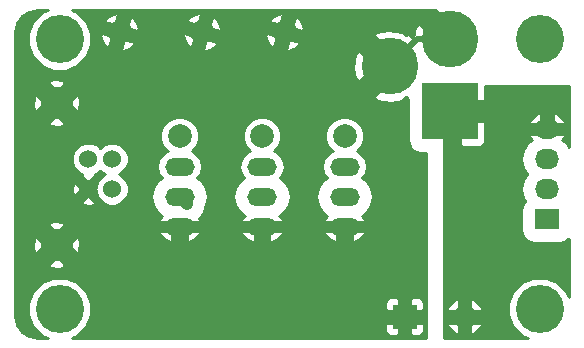
<source format=gbl>
%TF.GenerationSoftware,KiCad,Pcbnew,4.0.1-stable*%
%TF.CreationDate,2016-01-20T19:55:13+01:00*%
%TF.ProjectId,pwm_board,70776D5F626F6172642E6B696361645F,rev?*%
%TF.FileFunction,Copper,L2,Bot,Signal*%
%FSLAX46Y46*%
G04 Gerber Fmt 4.6, Leading zero omitted, Abs format (unit mm)*
G04 Created by KiCad (PCBNEW 4.0.1-stable) date Wed 20 Jan 2016 07:55:13 PM CET*
%MOMM*%
G01*
G04 APERTURE LIST*
%ADD10C,0.100000*%
%ADD11O,1.998980X1.998980*%
%ADD12R,1.998980X1.998980*%
%ADD13C,4.800600*%
%ADD14R,4.800600X4.800600*%
%ADD15C,1.524000*%
%ADD16C,2.700020*%
%ADD17C,1.998980*%
%ADD18C,4.064000*%
%ADD19O,2.499360X1.501140*%
%ADD20R,2.032000X1.727200*%
%ADD21O,2.032000X1.727200*%
%ADD22C,0.500000*%
%ADD23C,1.000000*%
%ADD24C,0.254000*%
G04 APERTURE END LIST*
D10*
D11*
X158115000Y-115570000D03*
D12*
X153035000Y-115570000D03*
D13*
X156845000Y-92075000D03*
D14*
X156845000Y-98171000D03*
D13*
X151765000Y-94361000D03*
D15*
X128270000Y-102235000D03*
X128270000Y-104775000D03*
X126271020Y-104775000D03*
X126271020Y-102235000D03*
D16*
X123571000Y-97505520D03*
X123571000Y-109504480D03*
D17*
X128905000Y-91485591D03*
X133985000Y-100284409D03*
X135890000Y-91485591D03*
X140970000Y-100284409D03*
X142875000Y-91485591D03*
X147955000Y-100284409D03*
D18*
X123825000Y-92075000D03*
X123825000Y-114935000D03*
X164465000Y-114935000D03*
X164465000Y-92075000D03*
D19*
X133985000Y-105410000D03*
X133985000Y-102870000D03*
X133985000Y-107950000D03*
X140970000Y-105410000D03*
X140970000Y-102870000D03*
X140970000Y-107950000D03*
X147955000Y-105410000D03*
X147955000Y-102870000D03*
X147955000Y-107950000D03*
D20*
X165100000Y-107315000D03*
D21*
X165100000Y-104775000D03*
X165100000Y-102235000D03*
X165100000Y-99695000D03*
D22*
X156845000Y-92075000D02*
X154051000Y-92075000D01*
X154051000Y-92075000D02*
X151765000Y-94361000D01*
D23*
X133985000Y-105410000D02*
X134580897Y-106044656D01*
D24*
G36*
X122316239Y-89812709D02*
X121565345Y-90562293D01*
X121158464Y-91542173D01*
X121157538Y-92603172D01*
X121562709Y-93583761D01*
X122312293Y-94334655D01*
X123292173Y-94741536D01*
X124353172Y-94742462D01*
X124899410Y-94516761D01*
X148674157Y-94516761D01*
X148849826Y-95399910D01*
X149165518Y-95725873D01*
X150530392Y-94361000D01*
X149165518Y-92996127D01*
X148849826Y-93322090D01*
X148674157Y-94516761D01*
X124899410Y-94516761D01*
X125333761Y-94337291D01*
X126084655Y-93587707D01*
X126333261Y-92988996D01*
X129019538Y-92988996D01*
X129235826Y-93118936D01*
X129546456Y-92988996D01*
X136004538Y-92988996D01*
X136220826Y-93118936D01*
X136531456Y-92988996D01*
X142989538Y-92988996D01*
X143205826Y-93118936D01*
X143805697Y-92868004D01*
X144124105Y-92588767D01*
X144119718Y-92336486D01*
X143228373Y-92097651D01*
X142989538Y-92988996D01*
X136531456Y-92988996D01*
X136820697Y-92868004D01*
X137139105Y-92588767D01*
X137134718Y-92336486D01*
X136243373Y-92097651D01*
X136004538Y-92988996D01*
X129546456Y-92988996D01*
X129835697Y-92868004D01*
X130154105Y-92588767D01*
X130149718Y-92336486D01*
X129258373Y-92097651D01*
X129019538Y-92988996D01*
X126333261Y-92988996D01*
X126491536Y-92607827D01*
X126492226Y-91816417D01*
X127271655Y-91816417D01*
X127522587Y-92416288D01*
X127801824Y-92734696D01*
X128054105Y-92730309D01*
X128292940Y-91838964D01*
X128208794Y-91816417D01*
X134256655Y-91816417D01*
X134507587Y-92416288D01*
X134786824Y-92734696D01*
X135039105Y-92730309D01*
X135277940Y-91838964D01*
X135193794Y-91816417D01*
X141241655Y-91816417D01*
X141492587Y-92416288D01*
X141771824Y-92734696D01*
X142024105Y-92730309D01*
X142262940Y-91838964D01*
X141371595Y-91600129D01*
X141241655Y-91816417D01*
X135193794Y-91816417D01*
X134386595Y-91600129D01*
X134256655Y-91816417D01*
X128208794Y-91816417D01*
X127401595Y-91600129D01*
X127271655Y-91816417D01*
X126492226Y-91816417D01*
X126492462Y-91546828D01*
X126321149Y-91132218D01*
X129517060Y-91132218D01*
X130408405Y-91371053D01*
X130538345Y-91154765D01*
X130528914Y-91132218D01*
X136502060Y-91132218D01*
X137393405Y-91371053D01*
X137523345Y-91154765D01*
X137513914Y-91132218D01*
X143487060Y-91132218D01*
X144378405Y-91371053D01*
X144508345Y-91154765D01*
X144257413Y-90554894D01*
X143978176Y-90236486D01*
X143725895Y-90240873D01*
X143487060Y-91132218D01*
X137513914Y-91132218D01*
X137272413Y-90554894D01*
X137121153Y-90382415D01*
X141625895Y-90382415D01*
X141630282Y-90634696D01*
X142521627Y-90873531D01*
X142760462Y-89982186D01*
X142544174Y-89852246D01*
X141944303Y-90103178D01*
X141625895Y-90382415D01*
X137121153Y-90382415D01*
X136993176Y-90236486D01*
X136740895Y-90240873D01*
X136502060Y-91132218D01*
X130528914Y-91132218D01*
X130287413Y-90554894D01*
X130136153Y-90382415D01*
X134640895Y-90382415D01*
X134645282Y-90634696D01*
X135536627Y-90873531D01*
X135775462Y-89982186D01*
X135559174Y-89852246D01*
X134959303Y-90103178D01*
X134640895Y-90382415D01*
X130136153Y-90382415D01*
X130008176Y-90236486D01*
X129755895Y-90240873D01*
X129517060Y-91132218D01*
X126321149Y-91132218D01*
X126087291Y-90566239D01*
X125903788Y-90382415D01*
X127655895Y-90382415D01*
X127660282Y-90634696D01*
X128551627Y-90873531D01*
X128790462Y-89982186D01*
X128574174Y-89852246D01*
X127974303Y-90103178D01*
X127655895Y-90382415D01*
X125903788Y-90382415D01*
X125337707Y-89815345D01*
X124843180Y-89610000D01*
X155614609Y-89610000D01*
X156718000Y-90713392D01*
X156718000Y-93210893D01*
X155596250Y-92089143D01*
X155610392Y-92075000D01*
X154245518Y-90710127D01*
X153929826Y-91036090D01*
X153786685Y-92009545D01*
X153334264Y-91557124D01*
X153129872Y-91761517D01*
X152803910Y-91445826D01*
X151609239Y-91270157D01*
X150726090Y-91445826D01*
X150400127Y-91761518D01*
X151765000Y-93126392D01*
X151779142Y-93112249D01*
X153013751Y-94346858D01*
X152999608Y-94361000D01*
X153013751Y-94375143D01*
X151779142Y-95609751D01*
X151765000Y-95595608D01*
X150400127Y-96960482D01*
X150726090Y-97276174D01*
X151920761Y-97451843D01*
X152803910Y-97276174D01*
X153129872Y-96960483D01*
X153295621Y-97126233D01*
X153295621Y-100571300D01*
X153374206Y-100988941D01*
X153621031Y-101372519D01*
X153997644Y-101629848D01*
X154444700Y-101720379D01*
X154813000Y-101720379D01*
X154813000Y-117400000D01*
X124843168Y-117400000D01*
X125333761Y-117197291D01*
X126084655Y-116447707D01*
X126175679Y-116228495D01*
X151400510Y-116228495D01*
X151400510Y-116695800D01*
X151497183Y-116929189D01*
X151675812Y-117107817D01*
X151909201Y-117204490D01*
X152376505Y-117204490D01*
X152535255Y-117045740D01*
X152535255Y-116069745D01*
X153534745Y-116069745D01*
X153534745Y-117045740D01*
X153693495Y-117204490D01*
X154160799Y-117204490D01*
X154394188Y-117107817D01*
X154572817Y-116929189D01*
X154669490Y-116695800D01*
X154669490Y-116228495D01*
X154510740Y-116069745D01*
X153534745Y-116069745D01*
X152535255Y-116069745D01*
X151559260Y-116069745D01*
X151400510Y-116228495D01*
X126175679Y-116228495D01*
X126491536Y-115467827D01*
X126492429Y-114444200D01*
X151400510Y-114444200D01*
X151400510Y-114911505D01*
X151559260Y-115070255D01*
X152535255Y-115070255D01*
X152535255Y-114094260D01*
X153534745Y-114094260D01*
X153534745Y-115070255D01*
X154510740Y-115070255D01*
X154669490Y-114911505D01*
X154669490Y-114444200D01*
X154572817Y-114210811D01*
X154394188Y-114032183D01*
X154160799Y-113935510D01*
X153693495Y-113935510D01*
X153534745Y-114094260D01*
X152535255Y-114094260D01*
X152376505Y-113935510D01*
X151909201Y-113935510D01*
X151675812Y-114032183D01*
X151497183Y-114210811D01*
X151400510Y-114444200D01*
X126492429Y-114444200D01*
X126492462Y-114406828D01*
X126087291Y-113426239D01*
X125337707Y-112675345D01*
X124357827Y-112268464D01*
X123296828Y-112267538D01*
X122316239Y-112672709D01*
X121565345Y-113422293D01*
X121158464Y-114402173D01*
X121157538Y-115463172D01*
X121562709Y-116443761D01*
X122312293Y-117194655D01*
X122806820Y-117400000D01*
X121989931Y-117400000D01*
X121225011Y-117247848D01*
X120635830Y-116854170D01*
X120242152Y-116264989D01*
X120090000Y-115500069D01*
X120090000Y-111211242D01*
X122818839Y-111211242D01*
X122995585Y-111444857D01*
X123781936Y-111517357D01*
X124146415Y-111444857D01*
X124323161Y-111211242D01*
X123571000Y-110459081D01*
X122818839Y-111211242D01*
X120090000Y-111211242D01*
X120090000Y-109715416D01*
X121558123Y-109715416D01*
X121630623Y-110079895D01*
X121864238Y-110256641D01*
X122616399Y-109504480D01*
X124525601Y-109504480D01*
X125277762Y-110256641D01*
X125511377Y-110079895D01*
X125583877Y-109293544D01*
X125511377Y-108929065D01*
X125277762Y-108752319D01*
X124525601Y-109504480D01*
X122616399Y-109504480D01*
X121864238Y-108752319D01*
X121630623Y-108929065D01*
X121558123Y-109715416D01*
X120090000Y-109715416D01*
X120090000Y-107797718D01*
X122818839Y-107797718D01*
X123571000Y-108549879D01*
X123591565Y-108529314D01*
X132227240Y-108529314D01*
X132314205Y-108645869D01*
X132669692Y-109041283D01*
X133149437Y-109270560D01*
X133360160Y-109148185D01*
X133360160Y-108325285D01*
X134609840Y-108325285D01*
X134609840Y-109148185D01*
X134820563Y-109270560D01*
X135300308Y-109041283D01*
X135655795Y-108645869D01*
X135742760Y-108529314D01*
X139212240Y-108529314D01*
X139299205Y-108645869D01*
X139654692Y-109041283D01*
X140134437Y-109270560D01*
X140345160Y-109148185D01*
X140345160Y-108325285D01*
X141594840Y-108325285D01*
X141594840Y-109148185D01*
X141805563Y-109270560D01*
X142285308Y-109041283D01*
X142640795Y-108645869D01*
X142727760Y-108529314D01*
X146197240Y-108529314D01*
X146284205Y-108645869D01*
X146639692Y-109041283D01*
X147119437Y-109270560D01*
X147330160Y-109148185D01*
X147330160Y-108325285D01*
X148579840Y-108325285D01*
X148579840Y-109148185D01*
X148790563Y-109270560D01*
X149270308Y-109041283D01*
X149625795Y-108645869D01*
X149712760Y-108529314D01*
X149622120Y-108325285D01*
X148579840Y-108325285D01*
X147330160Y-108325285D01*
X146287880Y-108325285D01*
X146197240Y-108529314D01*
X142727760Y-108529314D01*
X142637120Y-108325285D01*
X141594840Y-108325285D01*
X140345160Y-108325285D01*
X139302880Y-108325285D01*
X139212240Y-108529314D01*
X135742760Y-108529314D01*
X135652120Y-108325285D01*
X134609840Y-108325285D01*
X133360160Y-108325285D01*
X132317880Y-108325285D01*
X132227240Y-108529314D01*
X123591565Y-108529314D01*
X124323161Y-107797718D01*
X124146415Y-107564103D01*
X123360064Y-107491603D01*
X122995585Y-107564103D01*
X122818839Y-107797718D01*
X120090000Y-107797718D01*
X120090000Y-105897821D01*
X125687014Y-105897821D01*
X125772539Y-106109295D01*
X126321097Y-106198489D01*
X126769501Y-106109295D01*
X126855026Y-105897821D01*
X126271020Y-105313815D01*
X125687014Y-105897821D01*
X120090000Y-105897821D01*
X120090000Y-104825077D01*
X124847531Y-104825077D01*
X124936725Y-105273481D01*
X125148199Y-105359006D01*
X125732205Y-104775000D01*
X125148199Y-104190994D01*
X124936725Y-104276519D01*
X124847531Y-104825077D01*
X120090000Y-104825077D01*
X120090000Y-102511661D01*
X124873778Y-102511661D01*
X125086010Y-103025303D01*
X125478650Y-103418629D01*
X125737926Y-103526290D01*
X125687014Y-103652179D01*
X126271020Y-104236185D01*
X126855026Y-103652179D01*
X126804112Y-103526287D01*
X127061323Y-103420010D01*
X127270530Y-103211168D01*
X127477630Y-103418629D01*
X127685512Y-103504949D01*
X127479697Y-103589990D01*
X127086371Y-103982630D01*
X126873243Y-104495900D01*
X126873055Y-104711780D01*
X126809835Y-104775000D01*
X126872944Y-104838109D01*
X126872758Y-105051661D01*
X127084990Y-105565303D01*
X127477630Y-105958629D01*
X127990900Y-106171757D01*
X128546661Y-106172242D01*
X129060303Y-105960010D01*
X129453629Y-105567370D01*
X129518974Y-105410000D01*
X131561758Y-105410000D01*
X131704680Y-106128515D01*
X132111686Y-106737642D01*
X132528286Y-107016005D01*
X132314205Y-107254131D01*
X132227240Y-107370686D01*
X132317880Y-107574715D01*
X133360160Y-107574715D01*
X133360160Y-107271822D01*
X133439328Y-107287570D01*
X133575612Y-107287570D01*
X133911258Y-107527462D01*
X134529676Y-107670850D01*
X135107502Y-107574715D01*
X135652120Y-107574715D01*
X135742760Y-107370686D01*
X135656210Y-107254687D01*
X135694571Y-107230767D01*
X136063703Y-106714295D01*
X136164559Y-106279315D01*
X136265320Y-106128515D01*
X136408242Y-105410000D01*
X138546758Y-105410000D01*
X138689680Y-106128515D01*
X139096686Y-106737642D01*
X139513286Y-107016005D01*
X139299205Y-107254131D01*
X139212240Y-107370686D01*
X139302880Y-107574715D01*
X140345160Y-107574715D01*
X140345160Y-107271822D01*
X140424328Y-107287570D01*
X141515672Y-107287570D01*
X141594840Y-107271822D01*
X141594840Y-107574715D01*
X142637120Y-107574715D01*
X142727760Y-107370686D01*
X142640795Y-107254131D01*
X142426714Y-107016005D01*
X142843314Y-106737642D01*
X143250320Y-106128515D01*
X143393242Y-105410000D01*
X145531758Y-105410000D01*
X145674680Y-106128515D01*
X146081686Y-106737642D01*
X146498286Y-107016005D01*
X146284205Y-107254131D01*
X146197240Y-107370686D01*
X146287880Y-107574715D01*
X147330160Y-107574715D01*
X147330160Y-107271822D01*
X147409328Y-107287570D01*
X148500672Y-107287570D01*
X148579840Y-107271822D01*
X148579840Y-107574715D01*
X149622120Y-107574715D01*
X149712760Y-107370686D01*
X149625795Y-107254131D01*
X149411714Y-107016005D01*
X149828314Y-106737642D01*
X150235320Y-106128515D01*
X150378242Y-105410000D01*
X150235320Y-104691485D01*
X149828314Y-104082358D01*
X149473683Y-103845401D01*
X149771133Y-103400235D01*
X149876603Y-102870000D01*
X149771133Y-102339765D01*
X149470779Y-101890254D01*
X149021268Y-101589900D01*
X148970820Y-101579865D01*
X149339846Y-101211482D01*
X149589206Y-100610956D01*
X149589774Y-99960715D01*
X149341462Y-99359754D01*
X148882073Y-98899563D01*
X148281547Y-98650203D01*
X147631306Y-98649635D01*
X147030345Y-98897947D01*
X146570154Y-99357336D01*
X146320794Y-99957862D01*
X146320226Y-100608103D01*
X146568538Y-101209064D01*
X146938774Y-101579946D01*
X146888732Y-101589900D01*
X146439221Y-101890254D01*
X146138867Y-102339765D01*
X146033397Y-102870000D01*
X146138867Y-103400235D01*
X146436317Y-103845401D01*
X146081686Y-104082358D01*
X145674680Y-104691485D01*
X145531758Y-105410000D01*
X143393242Y-105410000D01*
X143250320Y-104691485D01*
X142843314Y-104082358D01*
X142488683Y-103845401D01*
X142786133Y-103400235D01*
X142891603Y-102870000D01*
X142786133Y-102339765D01*
X142485779Y-101890254D01*
X142036268Y-101589900D01*
X141985820Y-101579865D01*
X142354846Y-101211482D01*
X142604206Y-100610956D01*
X142604774Y-99960715D01*
X142356462Y-99359754D01*
X141897073Y-98899563D01*
X141296547Y-98650203D01*
X140646306Y-98649635D01*
X140045345Y-98897947D01*
X139585154Y-99357336D01*
X139335794Y-99957862D01*
X139335226Y-100608103D01*
X139583538Y-101209064D01*
X139953774Y-101579946D01*
X139903732Y-101589900D01*
X139454221Y-101890254D01*
X139153867Y-102339765D01*
X139048397Y-102870000D01*
X139153867Y-103400235D01*
X139451317Y-103845401D01*
X139096686Y-104082358D01*
X138689680Y-104691485D01*
X138546758Y-105410000D01*
X136408242Y-105410000D01*
X136265320Y-104691485D01*
X135858314Y-104082358D01*
X135503683Y-103845401D01*
X135801133Y-103400235D01*
X135906603Y-102870000D01*
X135801133Y-102339765D01*
X135500779Y-101890254D01*
X135051268Y-101589900D01*
X135000820Y-101579865D01*
X135369846Y-101211482D01*
X135619206Y-100610956D01*
X135619774Y-99960715D01*
X135371462Y-99359754D01*
X134912073Y-98899563D01*
X134311547Y-98650203D01*
X133661306Y-98649635D01*
X133060345Y-98897947D01*
X132600154Y-99357336D01*
X132350794Y-99957862D01*
X132350226Y-100608103D01*
X132598538Y-101209064D01*
X132968774Y-101579946D01*
X132918732Y-101589900D01*
X132469221Y-101890254D01*
X132168867Y-102339765D01*
X132063397Y-102870000D01*
X132168867Y-103400235D01*
X132466317Y-103845401D01*
X132111686Y-104082358D01*
X131704680Y-104691485D01*
X131561758Y-105410000D01*
X129518974Y-105410000D01*
X129666757Y-105054100D01*
X129667242Y-104498339D01*
X129455010Y-103984697D01*
X129062370Y-103591371D01*
X128854488Y-103505051D01*
X129060303Y-103420010D01*
X129453629Y-103027370D01*
X129666757Y-102514100D01*
X129667242Y-101958339D01*
X129455010Y-101444697D01*
X129062370Y-101051371D01*
X128549100Y-100838243D01*
X127993339Y-100837758D01*
X127479697Y-101049990D01*
X127270490Y-101258832D01*
X127063390Y-101051371D01*
X126550120Y-100838243D01*
X125994359Y-100837758D01*
X125480717Y-101049990D01*
X125087391Y-101442630D01*
X124874263Y-101955900D01*
X124873778Y-102511661D01*
X120090000Y-102511661D01*
X120090000Y-99212282D01*
X122818839Y-99212282D01*
X122995585Y-99445897D01*
X123781936Y-99518397D01*
X124146415Y-99445897D01*
X124323161Y-99212282D01*
X123571000Y-98460121D01*
X122818839Y-99212282D01*
X120090000Y-99212282D01*
X120090000Y-97716456D01*
X121558123Y-97716456D01*
X121630623Y-98080935D01*
X121864238Y-98257681D01*
X122616399Y-97505520D01*
X124525601Y-97505520D01*
X125277762Y-98257681D01*
X125511377Y-98080935D01*
X125583877Y-97294584D01*
X125511377Y-96930105D01*
X125277762Y-96753359D01*
X124525601Y-97505520D01*
X122616399Y-97505520D01*
X121864238Y-96753359D01*
X121630623Y-96930105D01*
X121558123Y-97716456D01*
X120090000Y-97716456D01*
X120090000Y-95798758D01*
X122818839Y-95798758D01*
X123571000Y-96550919D01*
X124323161Y-95798758D01*
X124146415Y-95565143D01*
X123360064Y-95492643D01*
X122995585Y-95565143D01*
X122818839Y-95798758D01*
X120090000Y-95798758D01*
X120090000Y-91509931D01*
X120242152Y-90745011D01*
X120635830Y-90155830D01*
X121225011Y-89762152D01*
X121989931Y-89610000D01*
X122806832Y-89610000D01*
X122316239Y-89812709D01*
X122316239Y-89812709D01*
G37*
X122316239Y-89812709D02*
X121565345Y-90562293D01*
X121158464Y-91542173D01*
X121157538Y-92603172D01*
X121562709Y-93583761D01*
X122312293Y-94334655D01*
X123292173Y-94741536D01*
X124353172Y-94742462D01*
X124899410Y-94516761D01*
X148674157Y-94516761D01*
X148849826Y-95399910D01*
X149165518Y-95725873D01*
X150530392Y-94361000D01*
X149165518Y-92996127D01*
X148849826Y-93322090D01*
X148674157Y-94516761D01*
X124899410Y-94516761D01*
X125333761Y-94337291D01*
X126084655Y-93587707D01*
X126333261Y-92988996D01*
X129019538Y-92988996D01*
X129235826Y-93118936D01*
X129546456Y-92988996D01*
X136004538Y-92988996D01*
X136220826Y-93118936D01*
X136531456Y-92988996D01*
X142989538Y-92988996D01*
X143205826Y-93118936D01*
X143805697Y-92868004D01*
X144124105Y-92588767D01*
X144119718Y-92336486D01*
X143228373Y-92097651D01*
X142989538Y-92988996D01*
X136531456Y-92988996D01*
X136820697Y-92868004D01*
X137139105Y-92588767D01*
X137134718Y-92336486D01*
X136243373Y-92097651D01*
X136004538Y-92988996D01*
X129546456Y-92988996D01*
X129835697Y-92868004D01*
X130154105Y-92588767D01*
X130149718Y-92336486D01*
X129258373Y-92097651D01*
X129019538Y-92988996D01*
X126333261Y-92988996D01*
X126491536Y-92607827D01*
X126492226Y-91816417D01*
X127271655Y-91816417D01*
X127522587Y-92416288D01*
X127801824Y-92734696D01*
X128054105Y-92730309D01*
X128292940Y-91838964D01*
X128208794Y-91816417D01*
X134256655Y-91816417D01*
X134507587Y-92416288D01*
X134786824Y-92734696D01*
X135039105Y-92730309D01*
X135277940Y-91838964D01*
X135193794Y-91816417D01*
X141241655Y-91816417D01*
X141492587Y-92416288D01*
X141771824Y-92734696D01*
X142024105Y-92730309D01*
X142262940Y-91838964D01*
X141371595Y-91600129D01*
X141241655Y-91816417D01*
X135193794Y-91816417D01*
X134386595Y-91600129D01*
X134256655Y-91816417D01*
X128208794Y-91816417D01*
X127401595Y-91600129D01*
X127271655Y-91816417D01*
X126492226Y-91816417D01*
X126492462Y-91546828D01*
X126321149Y-91132218D01*
X129517060Y-91132218D01*
X130408405Y-91371053D01*
X130538345Y-91154765D01*
X130528914Y-91132218D01*
X136502060Y-91132218D01*
X137393405Y-91371053D01*
X137523345Y-91154765D01*
X137513914Y-91132218D01*
X143487060Y-91132218D01*
X144378405Y-91371053D01*
X144508345Y-91154765D01*
X144257413Y-90554894D01*
X143978176Y-90236486D01*
X143725895Y-90240873D01*
X143487060Y-91132218D01*
X137513914Y-91132218D01*
X137272413Y-90554894D01*
X137121153Y-90382415D01*
X141625895Y-90382415D01*
X141630282Y-90634696D01*
X142521627Y-90873531D01*
X142760462Y-89982186D01*
X142544174Y-89852246D01*
X141944303Y-90103178D01*
X141625895Y-90382415D01*
X137121153Y-90382415D01*
X136993176Y-90236486D01*
X136740895Y-90240873D01*
X136502060Y-91132218D01*
X130528914Y-91132218D01*
X130287413Y-90554894D01*
X130136153Y-90382415D01*
X134640895Y-90382415D01*
X134645282Y-90634696D01*
X135536627Y-90873531D01*
X135775462Y-89982186D01*
X135559174Y-89852246D01*
X134959303Y-90103178D01*
X134640895Y-90382415D01*
X130136153Y-90382415D01*
X130008176Y-90236486D01*
X129755895Y-90240873D01*
X129517060Y-91132218D01*
X126321149Y-91132218D01*
X126087291Y-90566239D01*
X125903788Y-90382415D01*
X127655895Y-90382415D01*
X127660282Y-90634696D01*
X128551627Y-90873531D01*
X128790462Y-89982186D01*
X128574174Y-89852246D01*
X127974303Y-90103178D01*
X127655895Y-90382415D01*
X125903788Y-90382415D01*
X125337707Y-89815345D01*
X124843180Y-89610000D01*
X155614609Y-89610000D01*
X156718000Y-90713392D01*
X156718000Y-93210893D01*
X155596250Y-92089143D01*
X155610392Y-92075000D01*
X154245518Y-90710127D01*
X153929826Y-91036090D01*
X153786685Y-92009545D01*
X153334264Y-91557124D01*
X153129872Y-91761517D01*
X152803910Y-91445826D01*
X151609239Y-91270157D01*
X150726090Y-91445826D01*
X150400127Y-91761518D01*
X151765000Y-93126392D01*
X151779142Y-93112249D01*
X153013751Y-94346858D01*
X152999608Y-94361000D01*
X153013751Y-94375143D01*
X151779142Y-95609751D01*
X151765000Y-95595608D01*
X150400127Y-96960482D01*
X150726090Y-97276174D01*
X151920761Y-97451843D01*
X152803910Y-97276174D01*
X153129872Y-96960483D01*
X153295621Y-97126233D01*
X153295621Y-100571300D01*
X153374206Y-100988941D01*
X153621031Y-101372519D01*
X153997644Y-101629848D01*
X154444700Y-101720379D01*
X154813000Y-101720379D01*
X154813000Y-117400000D01*
X124843168Y-117400000D01*
X125333761Y-117197291D01*
X126084655Y-116447707D01*
X126175679Y-116228495D01*
X151400510Y-116228495D01*
X151400510Y-116695800D01*
X151497183Y-116929189D01*
X151675812Y-117107817D01*
X151909201Y-117204490D01*
X152376505Y-117204490D01*
X152535255Y-117045740D01*
X152535255Y-116069745D01*
X153534745Y-116069745D01*
X153534745Y-117045740D01*
X153693495Y-117204490D01*
X154160799Y-117204490D01*
X154394188Y-117107817D01*
X154572817Y-116929189D01*
X154669490Y-116695800D01*
X154669490Y-116228495D01*
X154510740Y-116069745D01*
X153534745Y-116069745D01*
X152535255Y-116069745D01*
X151559260Y-116069745D01*
X151400510Y-116228495D01*
X126175679Y-116228495D01*
X126491536Y-115467827D01*
X126492429Y-114444200D01*
X151400510Y-114444200D01*
X151400510Y-114911505D01*
X151559260Y-115070255D01*
X152535255Y-115070255D01*
X152535255Y-114094260D01*
X153534745Y-114094260D01*
X153534745Y-115070255D01*
X154510740Y-115070255D01*
X154669490Y-114911505D01*
X154669490Y-114444200D01*
X154572817Y-114210811D01*
X154394188Y-114032183D01*
X154160799Y-113935510D01*
X153693495Y-113935510D01*
X153534745Y-114094260D01*
X152535255Y-114094260D01*
X152376505Y-113935510D01*
X151909201Y-113935510D01*
X151675812Y-114032183D01*
X151497183Y-114210811D01*
X151400510Y-114444200D01*
X126492429Y-114444200D01*
X126492462Y-114406828D01*
X126087291Y-113426239D01*
X125337707Y-112675345D01*
X124357827Y-112268464D01*
X123296828Y-112267538D01*
X122316239Y-112672709D01*
X121565345Y-113422293D01*
X121158464Y-114402173D01*
X121157538Y-115463172D01*
X121562709Y-116443761D01*
X122312293Y-117194655D01*
X122806820Y-117400000D01*
X121989931Y-117400000D01*
X121225011Y-117247848D01*
X120635830Y-116854170D01*
X120242152Y-116264989D01*
X120090000Y-115500069D01*
X120090000Y-111211242D01*
X122818839Y-111211242D01*
X122995585Y-111444857D01*
X123781936Y-111517357D01*
X124146415Y-111444857D01*
X124323161Y-111211242D01*
X123571000Y-110459081D01*
X122818839Y-111211242D01*
X120090000Y-111211242D01*
X120090000Y-109715416D01*
X121558123Y-109715416D01*
X121630623Y-110079895D01*
X121864238Y-110256641D01*
X122616399Y-109504480D01*
X124525601Y-109504480D01*
X125277762Y-110256641D01*
X125511377Y-110079895D01*
X125583877Y-109293544D01*
X125511377Y-108929065D01*
X125277762Y-108752319D01*
X124525601Y-109504480D01*
X122616399Y-109504480D01*
X121864238Y-108752319D01*
X121630623Y-108929065D01*
X121558123Y-109715416D01*
X120090000Y-109715416D01*
X120090000Y-107797718D01*
X122818839Y-107797718D01*
X123571000Y-108549879D01*
X123591565Y-108529314D01*
X132227240Y-108529314D01*
X132314205Y-108645869D01*
X132669692Y-109041283D01*
X133149437Y-109270560D01*
X133360160Y-109148185D01*
X133360160Y-108325285D01*
X134609840Y-108325285D01*
X134609840Y-109148185D01*
X134820563Y-109270560D01*
X135300308Y-109041283D01*
X135655795Y-108645869D01*
X135742760Y-108529314D01*
X139212240Y-108529314D01*
X139299205Y-108645869D01*
X139654692Y-109041283D01*
X140134437Y-109270560D01*
X140345160Y-109148185D01*
X140345160Y-108325285D01*
X141594840Y-108325285D01*
X141594840Y-109148185D01*
X141805563Y-109270560D01*
X142285308Y-109041283D01*
X142640795Y-108645869D01*
X142727760Y-108529314D01*
X146197240Y-108529314D01*
X146284205Y-108645869D01*
X146639692Y-109041283D01*
X147119437Y-109270560D01*
X147330160Y-109148185D01*
X147330160Y-108325285D01*
X148579840Y-108325285D01*
X148579840Y-109148185D01*
X148790563Y-109270560D01*
X149270308Y-109041283D01*
X149625795Y-108645869D01*
X149712760Y-108529314D01*
X149622120Y-108325285D01*
X148579840Y-108325285D01*
X147330160Y-108325285D01*
X146287880Y-108325285D01*
X146197240Y-108529314D01*
X142727760Y-108529314D01*
X142637120Y-108325285D01*
X141594840Y-108325285D01*
X140345160Y-108325285D01*
X139302880Y-108325285D01*
X139212240Y-108529314D01*
X135742760Y-108529314D01*
X135652120Y-108325285D01*
X134609840Y-108325285D01*
X133360160Y-108325285D01*
X132317880Y-108325285D01*
X132227240Y-108529314D01*
X123591565Y-108529314D01*
X124323161Y-107797718D01*
X124146415Y-107564103D01*
X123360064Y-107491603D01*
X122995585Y-107564103D01*
X122818839Y-107797718D01*
X120090000Y-107797718D01*
X120090000Y-105897821D01*
X125687014Y-105897821D01*
X125772539Y-106109295D01*
X126321097Y-106198489D01*
X126769501Y-106109295D01*
X126855026Y-105897821D01*
X126271020Y-105313815D01*
X125687014Y-105897821D01*
X120090000Y-105897821D01*
X120090000Y-104825077D01*
X124847531Y-104825077D01*
X124936725Y-105273481D01*
X125148199Y-105359006D01*
X125732205Y-104775000D01*
X125148199Y-104190994D01*
X124936725Y-104276519D01*
X124847531Y-104825077D01*
X120090000Y-104825077D01*
X120090000Y-102511661D01*
X124873778Y-102511661D01*
X125086010Y-103025303D01*
X125478650Y-103418629D01*
X125737926Y-103526290D01*
X125687014Y-103652179D01*
X126271020Y-104236185D01*
X126855026Y-103652179D01*
X126804112Y-103526287D01*
X127061323Y-103420010D01*
X127270530Y-103211168D01*
X127477630Y-103418629D01*
X127685512Y-103504949D01*
X127479697Y-103589990D01*
X127086371Y-103982630D01*
X126873243Y-104495900D01*
X126873055Y-104711780D01*
X126809835Y-104775000D01*
X126872944Y-104838109D01*
X126872758Y-105051661D01*
X127084990Y-105565303D01*
X127477630Y-105958629D01*
X127990900Y-106171757D01*
X128546661Y-106172242D01*
X129060303Y-105960010D01*
X129453629Y-105567370D01*
X129518974Y-105410000D01*
X131561758Y-105410000D01*
X131704680Y-106128515D01*
X132111686Y-106737642D01*
X132528286Y-107016005D01*
X132314205Y-107254131D01*
X132227240Y-107370686D01*
X132317880Y-107574715D01*
X133360160Y-107574715D01*
X133360160Y-107271822D01*
X133439328Y-107287570D01*
X133575612Y-107287570D01*
X133911258Y-107527462D01*
X134529676Y-107670850D01*
X135107502Y-107574715D01*
X135652120Y-107574715D01*
X135742760Y-107370686D01*
X135656210Y-107254687D01*
X135694571Y-107230767D01*
X136063703Y-106714295D01*
X136164559Y-106279315D01*
X136265320Y-106128515D01*
X136408242Y-105410000D01*
X138546758Y-105410000D01*
X138689680Y-106128515D01*
X139096686Y-106737642D01*
X139513286Y-107016005D01*
X139299205Y-107254131D01*
X139212240Y-107370686D01*
X139302880Y-107574715D01*
X140345160Y-107574715D01*
X140345160Y-107271822D01*
X140424328Y-107287570D01*
X141515672Y-107287570D01*
X141594840Y-107271822D01*
X141594840Y-107574715D01*
X142637120Y-107574715D01*
X142727760Y-107370686D01*
X142640795Y-107254131D01*
X142426714Y-107016005D01*
X142843314Y-106737642D01*
X143250320Y-106128515D01*
X143393242Y-105410000D01*
X145531758Y-105410000D01*
X145674680Y-106128515D01*
X146081686Y-106737642D01*
X146498286Y-107016005D01*
X146284205Y-107254131D01*
X146197240Y-107370686D01*
X146287880Y-107574715D01*
X147330160Y-107574715D01*
X147330160Y-107271822D01*
X147409328Y-107287570D01*
X148500672Y-107287570D01*
X148579840Y-107271822D01*
X148579840Y-107574715D01*
X149622120Y-107574715D01*
X149712760Y-107370686D01*
X149625795Y-107254131D01*
X149411714Y-107016005D01*
X149828314Y-106737642D01*
X150235320Y-106128515D01*
X150378242Y-105410000D01*
X150235320Y-104691485D01*
X149828314Y-104082358D01*
X149473683Y-103845401D01*
X149771133Y-103400235D01*
X149876603Y-102870000D01*
X149771133Y-102339765D01*
X149470779Y-101890254D01*
X149021268Y-101589900D01*
X148970820Y-101579865D01*
X149339846Y-101211482D01*
X149589206Y-100610956D01*
X149589774Y-99960715D01*
X149341462Y-99359754D01*
X148882073Y-98899563D01*
X148281547Y-98650203D01*
X147631306Y-98649635D01*
X147030345Y-98897947D01*
X146570154Y-99357336D01*
X146320794Y-99957862D01*
X146320226Y-100608103D01*
X146568538Y-101209064D01*
X146938774Y-101579946D01*
X146888732Y-101589900D01*
X146439221Y-101890254D01*
X146138867Y-102339765D01*
X146033397Y-102870000D01*
X146138867Y-103400235D01*
X146436317Y-103845401D01*
X146081686Y-104082358D01*
X145674680Y-104691485D01*
X145531758Y-105410000D01*
X143393242Y-105410000D01*
X143250320Y-104691485D01*
X142843314Y-104082358D01*
X142488683Y-103845401D01*
X142786133Y-103400235D01*
X142891603Y-102870000D01*
X142786133Y-102339765D01*
X142485779Y-101890254D01*
X142036268Y-101589900D01*
X141985820Y-101579865D01*
X142354846Y-101211482D01*
X142604206Y-100610956D01*
X142604774Y-99960715D01*
X142356462Y-99359754D01*
X141897073Y-98899563D01*
X141296547Y-98650203D01*
X140646306Y-98649635D01*
X140045345Y-98897947D01*
X139585154Y-99357336D01*
X139335794Y-99957862D01*
X139335226Y-100608103D01*
X139583538Y-101209064D01*
X139953774Y-101579946D01*
X139903732Y-101589900D01*
X139454221Y-101890254D01*
X139153867Y-102339765D01*
X139048397Y-102870000D01*
X139153867Y-103400235D01*
X139451317Y-103845401D01*
X139096686Y-104082358D01*
X138689680Y-104691485D01*
X138546758Y-105410000D01*
X136408242Y-105410000D01*
X136265320Y-104691485D01*
X135858314Y-104082358D01*
X135503683Y-103845401D01*
X135801133Y-103400235D01*
X135906603Y-102870000D01*
X135801133Y-102339765D01*
X135500779Y-101890254D01*
X135051268Y-101589900D01*
X135000820Y-101579865D01*
X135369846Y-101211482D01*
X135619206Y-100610956D01*
X135619774Y-99960715D01*
X135371462Y-99359754D01*
X134912073Y-98899563D01*
X134311547Y-98650203D01*
X133661306Y-98649635D01*
X133060345Y-98897947D01*
X132600154Y-99357336D01*
X132350794Y-99957862D01*
X132350226Y-100608103D01*
X132598538Y-101209064D01*
X132968774Y-101579946D01*
X132918732Y-101589900D01*
X132469221Y-101890254D01*
X132168867Y-102339765D01*
X132063397Y-102870000D01*
X132168867Y-103400235D01*
X132466317Y-103845401D01*
X132111686Y-104082358D01*
X131704680Y-104691485D01*
X131561758Y-105410000D01*
X129518974Y-105410000D01*
X129666757Y-105054100D01*
X129667242Y-104498339D01*
X129455010Y-103984697D01*
X129062370Y-103591371D01*
X128854488Y-103505051D01*
X129060303Y-103420010D01*
X129453629Y-103027370D01*
X129666757Y-102514100D01*
X129667242Y-101958339D01*
X129455010Y-101444697D01*
X129062370Y-101051371D01*
X128549100Y-100838243D01*
X127993339Y-100837758D01*
X127479697Y-101049990D01*
X127270490Y-101258832D01*
X127063390Y-101051371D01*
X126550120Y-100838243D01*
X125994359Y-100837758D01*
X125480717Y-101049990D01*
X125087391Y-101442630D01*
X124874263Y-101955900D01*
X124873778Y-102511661D01*
X120090000Y-102511661D01*
X120090000Y-99212282D01*
X122818839Y-99212282D01*
X122995585Y-99445897D01*
X123781936Y-99518397D01*
X124146415Y-99445897D01*
X124323161Y-99212282D01*
X123571000Y-98460121D01*
X122818839Y-99212282D01*
X120090000Y-99212282D01*
X120090000Y-97716456D01*
X121558123Y-97716456D01*
X121630623Y-98080935D01*
X121864238Y-98257681D01*
X122616399Y-97505520D01*
X124525601Y-97505520D01*
X125277762Y-98257681D01*
X125511377Y-98080935D01*
X125583877Y-97294584D01*
X125511377Y-96930105D01*
X125277762Y-96753359D01*
X124525601Y-97505520D01*
X122616399Y-97505520D01*
X121864238Y-96753359D01*
X121630623Y-96930105D01*
X121558123Y-97716456D01*
X120090000Y-97716456D01*
X120090000Y-95798758D01*
X122818839Y-95798758D01*
X123571000Y-96550919D01*
X124323161Y-95798758D01*
X124146415Y-95565143D01*
X123360064Y-95492643D01*
X122995585Y-95565143D01*
X122818839Y-95798758D01*
X120090000Y-95798758D01*
X120090000Y-91509931D01*
X120242152Y-90745011D01*
X120635830Y-90155830D01*
X121225011Y-89762152D01*
X121989931Y-89610000D01*
X122806832Y-89610000D01*
X122316239Y-89812709D01*
G36*
X166930000Y-101168732D02*
X166701951Y-100827433D01*
X166392926Y-100620949D01*
X166602228Y-100345974D01*
X166520764Y-100126800D01*
X165608000Y-100126800D01*
X165608000Y-100306782D01*
X165294384Y-100244400D01*
X164905616Y-100244400D01*
X164592000Y-100306782D01*
X164592000Y-100126800D01*
X163679236Y-100126800D01*
X163597772Y-100345974D01*
X163807074Y-100620949D01*
X163498049Y-100827433D01*
X163066541Y-101473230D01*
X162915016Y-102235000D01*
X163066541Y-102996770D01*
X163406130Y-103505000D01*
X163066541Y-104013230D01*
X162915016Y-104775000D01*
X163066541Y-105536770D01*
X163204182Y-105742764D01*
X163025452Y-106004344D01*
X162934921Y-106451400D01*
X162934921Y-108178600D01*
X163013506Y-108596241D01*
X163260331Y-108979819D01*
X163636944Y-109237148D01*
X164084000Y-109327679D01*
X166116000Y-109327679D01*
X166533641Y-109249094D01*
X166917219Y-109002269D01*
X166930000Y-108983563D01*
X166930000Y-113916832D01*
X166727291Y-113426239D01*
X165977707Y-112675345D01*
X164997827Y-112268464D01*
X163936828Y-112267538D01*
X162956239Y-112672709D01*
X162205345Y-113422293D01*
X161798464Y-114402173D01*
X161797538Y-115463172D01*
X162202709Y-116443761D01*
X162952293Y-117194655D01*
X163446820Y-117400000D01*
X156337000Y-117400000D01*
X156337000Y-116307038D01*
X156656120Y-116307038D01*
X156875757Y-116635808D01*
X157377956Y-117028916D01*
X157615255Y-116967503D01*
X157615255Y-116069745D01*
X158614745Y-116069745D01*
X158614745Y-116967503D01*
X158852044Y-117028916D01*
X159354243Y-116635808D01*
X159573880Y-116307038D01*
X159503547Y-116069745D01*
X158614745Y-116069745D01*
X157615255Y-116069745D01*
X156726453Y-116069745D01*
X156656120Y-116307038D01*
X156337000Y-116307038D01*
X156337000Y-114832962D01*
X156656120Y-114832962D01*
X156726453Y-115070255D01*
X157615255Y-115070255D01*
X157615255Y-114172497D01*
X158614745Y-114172497D01*
X158614745Y-115070255D01*
X159503547Y-115070255D01*
X159573880Y-114832962D01*
X159354243Y-114504192D01*
X158852044Y-114111084D01*
X158614745Y-114172497D01*
X157615255Y-114172497D01*
X157377956Y-114111084D01*
X156875757Y-114504192D01*
X156656120Y-114832962D01*
X156337000Y-114832962D01*
X156337000Y-99044000D01*
X157718000Y-99044000D01*
X157718000Y-101047550D01*
X157876750Y-101206300D01*
X159371610Y-101206300D01*
X159604999Y-101109627D01*
X159783627Y-100930998D01*
X159880300Y-100697609D01*
X159880300Y-99202750D01*
X159721576Y-99044026D01*
X163597772Y-99044026D01*
X163679236Y-99263200D01*
X164592000Y-99263200D01*
X164592000Y-98416657D01*
X165608000Y-98416657D01*
X165608000Y-99263200D01*
X166520764Y-99263200D01*
X166602228Y-99044026D01*
X166306478Y-98655477D01*
X165828433Y-98331228D01*
X165608000Y-98416657D01*
X164592000Y-98416657D01*
X164371567Y-98331228D01*
X163893522Y-98655477D01*
X163597772Y-99044026D01*
X159721576Y-99044026D01*
X159721550Y-99044000D01*
X157718000Y-99044000D01*
X156337000Y-99044000D01*
X156337000Y-97278000D01*
X157718000Y-97278000D01*
X157718000Y-97298000D01*
X159721550Y-97298000D01*
X159880300Y-97139250D01*
X159880300Y-96012000D01*
X166930000Y-96012000D01*
X166930000Y-101168732D01*
X166930000Y-101168732D01*
G37*
X166930000Y-101168732D02*
X166701951Y-100827433D01*
X166392926Y-100620949D01*
X166602228Y-100345974D01*
X166520764Y-100126800D01*
X165608000Y-100126800D01*
X165608000Y-100306782D01*
X165294384Y-100244400D01*
X164905616Y-100244400D01*
X164592000Y-100306782D01*
X164592000Y-100126800D01*
X163679236Y-100126800D01*
X163597772Y-100345974D01*
X163807074Y-100620949D01*
X163498049Y-100827433D01*
X163066541Y-101473230D01*
X162915016Y-102235000D01*
X163066541Y-102996770D01*
X163406130Y-103505000D01*
X163066541Y-104013230D01*
X162915016Y-104775000D01*
X163066541Y-105536770D01*
X163204182Y-105742764D01*
X163025452Y-106004344D01*
X162934921Y-106451400D01*
X162934921Y-108178600D01*
X163013506Y-108596241D01*
X163260331Y-108979819D01*
X163636944Y-109237148D01*
X164084000Y-109327679D01*
X166116000Y-109327679D01*
X166533641Y-109249094D01*
X166917219Y-109002269D01*
X166930000Y-108983563D01*
X166930000Y-113916832D01*
X166727291Y-113426239D01*
X165977707Y-112675345D01*
X164997827Y-112268464D01*
X163936828Y-112267538D01*
X162956239Y-112672709D01*
X162205345Y-113422293D01*
X161798464Y-114402173D01*
X161797538Y-115463172D01*
X162202709Y-116443761D01*
X162952293Y-117194655D01*
X163446820Y-117400000D01*
X156337000Y-117400000D01*
X156337000Y-116307038D01*
X156656120Y-116307038D01*
X156875757Y-116635808D01*
X157377956Y-117028916D01*
X157615255Y-116967503D01*
X157615255Y-116069745D01*
X158614745Y-116069745D01*
X158614745Y-116967503D01*
X158852044Y-117028916D01*
X159354243Y-116635808D01*
X159573880Y-116307038D01*
X159503547Y-116069745D01*
X158614745Y-116069745D01*
X157615255Y-116069745D01*
X156726453Y-116069745D01*
X156656120Y-116307038D01*
X156337000Y-116307038D01*
X156337000Y-114832962D01*
X156656120Y-114832962D01*
X156726453Y-115070255D01*
X157615255Y-115070255D01*
X157615255Y-114172497D01*
X158614745Y-114172497D01*
X158614745Y-115070255D01*
X159503547Y-115070255D01*
X159573880Y-114832962D01*
X159354243Y-114504192D01*
X158852044Y-114111084D01*
X158614745Y-114172497D01*
X157615255Y-114172497D01*
X157377956Y-114111084D01*
X156875757Y-114504192D01*
X156656120Y-114832962D01*
X156337000Y-114832962D01*
X156337000Y-99044000D01*
X157718000Y-99044000D01*
X157718000Y-101047550D01*
X157876750Y-101206300D01*
X159371610Y-101206300D01*
X159604999Y-101109627D01*
X159783627Y-100930998D01*
X159880300Y-100697609D01*
X159880300Y-99202750D01*
X159721576Y-99044026D01*
X163597772Y-99044026D01*
X163679236Y-99263200D01*
X164592000Y-99263200D01*
X164592000Y-98416657D01*
X165608000Y-98416657D01*
X165608000Y-99263200D01*
X166520764Y-99263200D01*
X166602228Y-99044026D01*
X166306478Y-98655477D01*
X165828433Y-98331228D01*
X165608000Y-98416657D01*
X164592000Y-98416657D01*
X164371567Y-98331228D01*
X163893522Y-98655477D01*
X163597772Y-99044026D01*
X159721576Y-99044026D01*
X159721550Y-99044000D01*
X157718000Y-99044000D01*
X156337000Y-99044000D01*
X156337000Y-97278000D01*
X157718000Y-97278000D01*
X157718000Y-97298000D01*
X159721550Y-97298000D01*
X159880300Y-97139250D01*
X159880300Y-96012000D01*
X166930000Y-96012000D01*
X166930000Y-101168732D01*
M02*

</source>
